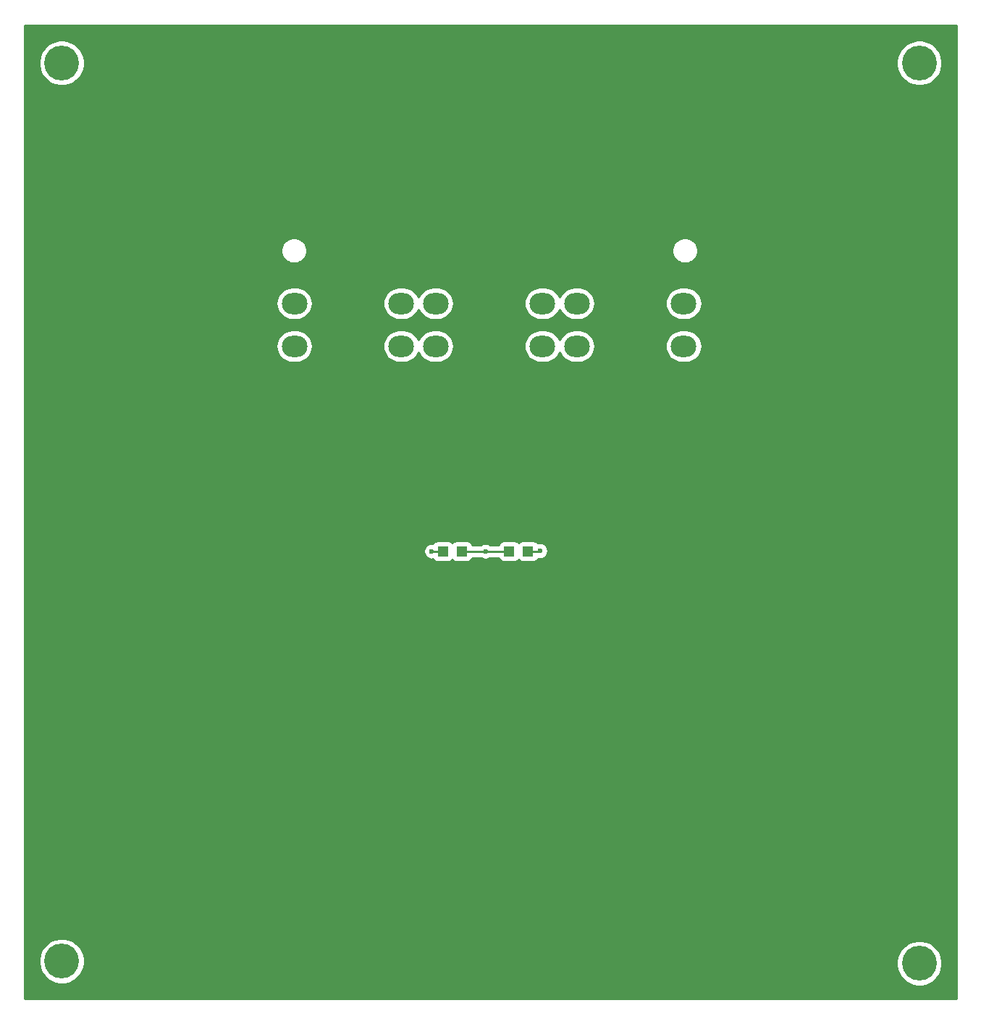
<source format=gbr>
%TF.GenerationSoftware,KiCad,Pcbnew,(5.1.9)-1*%
%TF.CreationDate,2025-05-03T12:54:25-07:00*%
%TF.ProjectId,RADA3K,52414441-334b-42e6-9b69-6361645f7063,rev?*%
%TF.SameCoordinates,Original*%
%TF.FileFunction,Copper,L1,Top*%
%TF.FilePolarity,Positive*%
%FSLAX46Y46*%
G04 Gerber Fmt 4.6, Leading zero omitted, Abs format (unit mm)*
G04 Created by KiCad (PCBNEW (5.1.9)-1) date 2025-05-03 12:54:25*
%MOMM*%
%LPD*%
G01*
G04 APERTURE LIST*
%TA.AperFunction,SMDPad,CuDef*%
%ADD10R,1.200000X1.200000*%
%TD*%
%TA.AperFunction,ComponentPad*%
%ADD11O,3.000000X2.500000*%
%TD*%
%TA.AperFunction,ComponentPad*%
%ADD12C,4.064000*%
%TD*%
%TA.AperFunction,ViaPad*%
%ADD13C,0.600000*%
%TD*%
%TA.AperFunction,Conductor*%
%ADD14C,0.250000*%
%TD*%
%TA.AperFunction,NonConductor*%
%ADD15C,0.254000*%
%TD*%
%TA.AperFunction,NonConductor*%
%ADD16C,0.100000*%
%TD*%
G04 APERTURE END LIST*
D10*
%TO.P,D2,2*%
%TO.N,Net-(D2-Pad2)*%
X91300000Y-87350000D03*
%TO.P,D2,1*%
%TO.N,GND*%
X89100000Y-87350000D03*
%TD*%
%TO.P,D1,2*%
%TO.N,Net-(D1-Pad2)*%
X81350000Y-87350000D03*
%TO.P,D1,1*%
%TO.N,GND*%
X83550000Y-87350000D03*
%TD*%
D11*
%TO.P,SW3,1*%
%TO.N,GND*%
X109505000Y-58400000D03*
%TO.P,SW3,2*%
%TO.N,/GPIO_1_1*%
X109505000Y-63400000D03*
%TO.P,SW3,1*%
%TO.N,GND*%
X97005000Y-58400000D03*
%TO.P,SW3,2*%
%TO.N,/GPIO_1_1*%
X97005000Y-63400000D03*
%TD*%
%TO.P,SW1,1*%
%TO.N,GND*%
X76485000Y-58400000D03*
%TO.P,SW1,2*%
%TO.N,/FPGA__RST*%
X76485000Y-63400000D03*
%TO.P,SW1,1*%
%TO.N,GND*%
X63985000Y-58400000D03*
%TO.P,SW1,2*%
%TO.N,/FPGA__RST*%
X63985000Y-63400000D03*
%TD*%
%TO.P,SW2,1*%
%TO.N,GND*%
X92995000Y-58400000D03*
%TO.P,SW2,2*%
%TO.N,/GPIO_1_3*%
X92995000Y-63400000D03*
%TO.P,SW2,1*%
%TO.N,GND*%
X80495000Y-58400000D03*
%TO.P,SW2,2*%
%TO.N,/GPIO_1_3*%
X80495000Y-63400000D03*
%TD*%
D12*
%TO.P,GND,1*%
%TO.N,N/C*%
X36791900Y-135242300D03*
%TD*%
%TO.P,GND,1*%
%TO.N,N/C*%
X137063972Y-135496300D03*
%TD*%
%TO.P,GND,1*%
%TO.N,N/C*%
X36791900Y-30314900D03*
%TD*%
%TO.P,GND,1*%
%TO.N,N/C*%
X137063972Y-30314900D03*
%TD*%
D13*
%TO.N,GND*%
X86350000Y-87350000D03*
%TO.N,Net-(D1-Pad2)*%
X80050000Y-87350000D03*
%TO.N,Net-(D2-Pad2)*%
X92700000Y-87300000D03*
%TD*%
D14*
%TO.N,GND*%
X83550000Y-87350000D02*
X86350000Y-87350000D01*
X89100000Y-87350000D02*
X86350000Y-87350000D01*
%TO.N,Net-(D1-Pad2)*%
X81350000Y-87350000D02*
X80050000Y-87350000D01*
%TO.N,Net-(D2-Pad2)*%
X92650000Y-87350000D02*
X92700000Y-87300000D01*
X91300000Y-87350000D02*
X92650000Y-87350000D01*
%TD*%
D15*
X141433972Y-139612300D02*
X32421900Y-139612300D01*
X32421900Y-134979623D01*
X34124900Y-134979623D01*
X34124900Y-135504977D01*
X34227392Y-136020235D01*
X34428436Y-136505598D01*
X34720306Y-136942413D01*
X35091787Y-137313894D01*
X35528602Y-137605764D01*
X36013965Y-137806808D01*
X36529223Y-137909300D01*
X37054577Y-137909300D01*
X37569835Y-137806808D01*
X38055198Y-137605764D01*
X38492013Y-137313894D01*
X38863494Y-136942413D01*
X39155364Y-136505598D01*
X39356408Y-136020235D01*
X39458900Y-135504977D01*
X39458900Y-135233623D01*
X134396972Y-135233623D01*
X134396972Y-135758977D01*
X134499464Y-136274235D01*
X134700508Y-136759598D01*
X134992378Y-137196413D01*
X135363859Y-137567894D01*
X135800674Y-137859764D01*
X136286037Y-138060808D01*
X136801295Y-138163300D01*
X137326649Y-138163300D01*
X137841907Y-138060808D01*
X138327270Y-137859764D01*
X138764085Y-137567894D01*
X139135566Y-137196413D01*
X139427436Y-136759598D01*
X139628480Y-136274235D01*
X139730972Y-135758977D01*
X139730972Y-135233623D01*
X139628480Y-134718365D01*
X139427436Y-134233002D01*
X139135566Y-133796187D01*
X138764085Y-133424706D01*
X138327270Y-133132836D01*
X137841907Y-132931792D01*
X137326649Y-132829300D01*
X136801295Y-132829300D01*
X136286037Y-132931792D01*
X135800674Y-133132836D01*
X135363859Y-133424706D01*
X134992378Y-133796187D01*
X134700508Y-134233002D01*
X134499464Y-134718365D01*
X134396972Y-135233623D01*
X39458900Y-135233623D01*
X39458900Y-134979623D01*
X39356408Y-134464365D01*
X39155364Y-133979002D01*
X38863494Y-133542187D01*
X38492013Y-133170706D01*
X38055198Y-132878836D01*
X37569835Y-132677792D01*
X37054577Y-132575300D01*
X36529223Y-132575300D01*
X36013965Y-132677792D01*
X35528602Y-132878836D01*
X35091787Y-133170706D01*
X34720306Y-133542187D01*
X34428436Y-133979002D01*
X34227392Y-134464365D01*
X34124900Y-134979623D01*
X32421900Y-134979623D01*
X32421900Y-87257911D01*
X79115000Y-87257911D01*
X79115000Y-87442089D01*
X79150932Y-87622729D01*
X79221414Y-87792889D01*
X79323738Y-87946028D01*
X79453972Y-88076262D01*
X79607111Y-88178586D01*
X79777271Y-88249068D01*
X79957911Y-88285000D01*
X80142089Y-88285000D01*
X80202608Y-88272962D01*
X80219463Y-88304494D01*
X80298815Y-88401185D01*
X80395506Y-88480537D01*
X80505820Y-88539502D01*
X80625518Y-88575812D01*
X80750000Y-88588072D01*
X81950000Y-88588072D01*
X82074482Y-88575812D01*
X82194180Y-88539502D01*
X82304494Y-88480537D01*
X82401185Y-88401185D01*
X82450000Y-88341704D01*
X82498815Y-88401185D01*
X82595506Y-88480537D01*
X82705820Y-88539502D01*
X82825518Y-88575812D01*
X82950000Y-88588072D01*
X84150000Y-88588072D01*
X84274482Y-88575812D01*
X84394180Y-88539502D01*
X84504494Y-88480537D01*
X84601185Y-88401185D01*
X84680537Y-88304494D01*
X84739502Y-88194180D01*
X84765038Y-88110000D01*
X85804465Y-88110000D01*
X85907111Y-88178586D01*
X86077271Y-88249068D01*
X86257911Y-88285000D01*
X86442089Y-88285000D01*
X86622729Y-88249068D01*
X86792889Y-88178586D01*
X86895535Y-88110000D01*
X87884962Y-88110000D01*
X87910498Y-88194180D01*
X87969463Y-88304494D01*
X88048815Y-88401185D01*
X88145506Y-88480537D01*
X88255820Y-88539502D01*
X88375518Y-88575812D01*
X88500000Y-88588072D01*
X89700000Y-88588072D01*
X89824482Y-88575812D01*
X89944180Y-88539502D01*
X90054494Y-88480537D01*
X90151185Y-88401185D01*
X90200000Y-88341704D01*
X90248815Y-88401185D01*
X90345506Y-88480537D01*
X90455820Y-88539502D01*
X90575518Y-88575812D01*
X90700000Y-88588072D01*
X91900000Y-88588072D01*
X92024482Y-88575812D01*
X92144180Y-88539502D01*
X92254494Y-88480537D01*
X92351185Y-88401185D01*
X92430537Y-88304494D01*
X92481160Y-88209787D01*
X92607911Y-88235000D01*
X92792089Y-88235000D01*
X92972729Y-88199068D01*
X93142889Y-88128586D01*
X93296028Y-88026262D01*
X93426262Y-87896028D01*
X93528586Y-87742889D01*
X93599068Y-87572729D01*
X93635000Y-87392089D01*
X93635000Y-87207911D01*
X93599068Y-87027271D01*
X93528586Y-86857111D01*
X93426262Y-86703972D01*
X93296028Y-86573738D01*
X93142889Y-86471414D01*
X92972729Y-86400932D01*
X92792089Y-86365000D01*
X92607911Y-86365000D01*
X92432845Y-86399823D01*
X92430537Y-86395506D01*
X92351185Y-86298815D01*
X92254494Y-86219463D01*
X92144180Y-86160498D01*
X92024482Y-86124188D01*
X91900000Y-86111928D01*
X90700000Y-86111928D01*
X90575518Y-86124188D01*
X90455820Y-86160498D01*
X90345506Y-86219463D01*
X90248815Y-86298815D01*
X90200000Y-86358296D01*
X90151185Y-86298815D01*
X90054494Y-86219463D01*
X89944180Y-86160498D01*
X89824482Y-86124188D01*
X89700000Y-86111928D01*
X88500000Y-86111928D01*
X88375518Y-86124188D01*
X88255820Y-86160498D01*
X88145506Y-86219463D01*
X88048815Y-86298815D01*
X87969463Y-86395506D01*
X87910498Y-86505820D01*
X87884962Y-86590000D01*
X86895535Y-86590000D01*
X86792889Y-86521414D01*
X86622729Y-86450932D01*
X86442089Y-86415000D01*
X86257911Y-86415000D01*
X86077271Y-86450932D01*
X85907111Y-86521414D01*
X85804465Y-86590000D01*
X84765038Y-86590000D01*
X84739502Y-86505820D01*
X84680537Y-86395506D01*
X84601185Y-86298815D01*
X84504494Y-86219463D01*
X84394180Y-86160498D01*
X84274482Y-86124188D01*
X84150000Y-86111928D01*
X82950000Y-86111928D01*
X82825518Y-86124188D01*
X82705820Y-86160498D01*
X82595506Y-86219463D01*
X82498815Y-86298815D01*
X82450000Y-86358296D01*
X82401185Y-86298815D01*
X82304494Y-86219463D01*
X82194180Y-86160498D01*
X82074482Y-86124188D01*
X81950000Y-86111928D01*
X80750000Y-86111928D01*
X80625518Y-86124188D01*
X80505820Y-86160498D01*
X80395506Y-86219463D01*
X80298815Y-86298815D01*
X80219463Y-86395506D01*
X80202608Y-86427038D01*
X80142089Y-86415000D01*
X79957911Y-86415000D01*
X79777271Y-86450932D01*
X79607111Y-86521414D01*
X79453972Y-86623738D01*
X79323738Y-86753972D01*
X79221414Y-86907111D01*
X79150932Y-87077271D01*
X79115000Y-87257911D01*
X32421900Y-87257911D01*
X32421900Y-63400000D01*
X61840880Y-63400000D01*
X61877275Y-63769524D01*
X61985061Y-64124848D01*
X62160097Y-64452317D01*
X62395655Y-64739345D01*
X62682683Y-64974903D01*
X63010152Y-65149939D01*
X63365476Y-65257725D01*
X63642403Y-65285000D01*
X64327597Y-65285000D01*
X64604524Y-65257725D01*
X64959848Y-65149939D01*
X65287317Y-64974903D01*
X65574345Y-64739345D01*
X65809903Y-64452317D01*
X65984939Y-64124848D01*
X66092725Y-63769524D01*
X66129120Y-63400000D01*
X74340880Y-63400000D01*
X74377275Y-63769524D01*
X74485061Y-64124848D01*
X74660097Y-64452317D01*
X74895655Y-64739345D01*
X75182683Y-64974903D01*
X75510152Y-65149939D01*
X75865476Y-65257725D01*
X76142403Y-65285000D01*
X76827597Y-65285000D01*
X77104524Y-65257725D01*
X77459848Y-65149939D01*
X77787317Y-64974903D01*
X78074345Y-64739345D01*
X78309903Y-64452317D01*
X78484939Y-64124848D01*
X78490000Y-64108164D01*
X78495061Y-64124848D01*
X78670097Y-64452317D01*
X78905655Y-64739345D01*
X79192683Y-64974903D01*
X79520152Y-65149939D01*
X79875476Y-65257725D01*
X80152403Y-65285000D01*
X80837597Y-65285000D01*
X81114524Y-65257725D01*
X81469848Y-65149939D01*
X81797317Y-64974903D01*
X82084345Y-64739345D01*
X82319903Y-64452317D01*
X82494939Y-64124848D01*
X82602725Y-63769524D01*
X82639120Y-63400000D01*
X90850880Y-63400000D01*
X90887275Y-63769524D01*
X90995061Y-64124848D01*
X91170097Y-64452317D01*
X91405655Y-64739345D01*
X91692683Y-64974903D01*
X92020152Y-65149939D01*
X92375476Y-65257725D01*
X92652403Y-65285000D01*
X93337597Y-65285000D01*
X93614524Y-65257725D01*
X93969848Y-65149939D01*
X94297317Y-64974903D01*
X94584345Y-64739345D01*
X94819903Y-64452317D01*
X94994939Y-64124848D01*
X95000000Y-64108164D01*
X95005061Y-64124848D01*
X95180097Y-64452317D01*
X95415655Y-64739345D01*
X95702683Y-64974903D01*
X96030152Y-65149939D01*
X96385476Y-65257725D01*
X96662403Y-65285000D01*
X97347597Y-65285000D01*
X97624524Y-65257725D01*
X97979848Y-65149939D01*
X98307317Y-64974903D01*
X98594345Y-64739345D01*
X98829903Y-64452317D01*
X99004939Y-64124848D01*
X99112725Y-63769524D01*
X99149120Y-63400000D01*
X107360880Y-63400000D01*
X107397275Y-63769524D01*
X107505061Y-64124848D01*
X107680097Y-64452317D01*
X107915655Y-64739345D01*
X108202683Y-64974903D01*
X108530152Y-65149939D01*
X108885476Y-65257725D01*
X109162403Y-65285000D01*
X109847597Y-65285000D01*
X110124524Y-65257725D01*
X110479848Y-65149939D01*
X110807317Y-64974903D01*
X111094345Y-64739345D01*
X111329903Y-64452317D01*
X111504939Y-64124848D01*
X111612725Y-63769524D01*
X111649120Y-63400000D01*
X111612725Y-63030476D01*
X111504939Y-62675152D01*
X111329903Y-62347683D01*
X111094345Y-62060655D01*
X110807317Y-61825097D01*
X110479848Y-61650061D01*
X110124524Y-61542275D01*
X109847597Y-61515000D01*
X109162403Y-61515000D01*
X108885476Y-61542275D01*
X108530152Y-61650061D01*
X108202683Y-61825097D01*
X107915655Y-62060655D01*
X107680097Y-62347683D01*
X107505061Y-62675152D01*
X107397275Y-63030476D01*
X107360880Y-63400000D01*
X99149120Y-63400000D01*
X99112725Y-63030476D01*
X99004939Y-62675152D01*
X98829903Y-62347683D01*
X98594345Y-62060655D01*
X98307317Y-61825097D01*
X97979848Y-61650061D01*
X97624524Y-61542275D01*
X97347597Y-61515000D01*
X96662403Y-61515000D01*
X96385476Y-61542275D01*
X96030152Y-61650061D01*
X95702683Y-61825097D01*
X95415655Y-62060655D01*
X95180097Y-62347683D01*
X95005061Y-62675152D01*
X95000000Y-62691836D01*
X94994939Y-62675152D01*
X94819903Y-62347683D01*
X94584345Y-62060655D01*
X94297317Y-61825097D01*
X93969848Y-61650061D01*
X93614524Y-61542275D01*
X93337597Y-61515000D01*
X92652403Y-61515000D01*
X92375476Y-61542275D01*
X92020152Y-61650061D01*
X91692683Y-61825097D01*
X91405655Y-62060655D01*
X91170097Y-62347683D01*
X90995061Y-62675152D01*
X90887275Y-63030476D01*
X90850880Y-63400000D01*
X82639120Y-63400000D01*
X82602725Y-63030476D01*
X82494939Y-62675152D01*
X82319903Y-62347683D01*
X82084345Y-62060655D01*
X81797317Y-61825097D01*
X81469848Y-61650061D01*
X81114524Y-61542275D01*
X80837597Y-61515000D01*
X80152403Y-61515000D01*
X79875476Y-61542275D01*
X79520152Y-61650061D01*
X79192683Y-61825097D01*
X78905655Y-62060655D01*
X78670097Y-62347683D01*
X78495061Y-62675152D01*
X78490000Y-62691836D01*
X78484939Y-62675152D01*
X78309903Y-62347683D01*
X78074345Y-62060655D01*
X77787317Y-61825097D01*
X77459848Y-61650061D01*
X77104524Y-61542275D01*
X76827597Y-61515000D01*
X76142403Y-61515000D01*
X75865476Y-61542275D01*
X75510152Y-61650061D01*
X75182683Y-61825097D01*
X74895655Y-62060655D01*
X74660097Y-62347683D01*
X74485061Y-62675152D01*
X74377275Y-63030476D01*
X74340880Y-63400000D01*
X66129120Y-63400000D01*
X66092725Y-63030476D01*
X65984939Y-62675152D01*
X65809903Y-62347683D01*
X65574345Y-62060655D01*
X65287317Y-61825097D01*
X64959848Y-61650061D01*
X64604524Y-61542275D01*
X64327597Y-61515000D01*
X63642403Y-61515000D01*
X63365476Y-61542275D01*
X63010152Y-61650061D01*
X62682683Y-61825097D01*
X62395655Y-62060655D01*
X62160097Y-62347683D01*
X61985061Y-62675152D01*
X61877275Y-63030476D01*
X61840880Y-63400000D01*
X32421900Y-63400000D01*
X32421900Y-58400000D01*
X61840880Y-58400000D01*
X61877275Y-58769524D01*
X61985061Y-59124848D01*
X62160097Y-59452317D01*
X62395655Y-59739345D01*
X62682683Y-59974903D01*
X63010152Y-60149939D01*
X63365476Y-60257725D01*
X63642403Y-60285000D01*
X64327597Y-60285000D01*
X64604524Y-60257725D01*
X64959848Y-60149939D01*
X65287317Y-59974903D01*
X65574345Y-59739345D01*
X65809903Y-59452317D01*
X65984939Y-59124848D01*
X66092725Y-58769524D01*
X66129120Y-58400000D01*
X74340880Y-58400000D01*
X74377275Y-58769524D01*
X74485061Y-59124848D01*
X74660097Y-59452317D01*
X74895655Y-59739345D01*
X75182683Y-59974903D01*
X75510152Y-60149939D01*
X75865476Y-60257725D01*
X76142403Y-60285000D01*
X76827597Y-60285000D01*
X77104524Y-60257725D01*
X77459848Y-60149939D01*
X77787317Y-59974903D01*
X78074345Y-59739345D01*
X78309903Y-59452317D01*
X78484939Y-59124848D01*
X78490000Y-59108164D01*
X78495061Y-59124848D01*
X78670097Y-59452317D01*
X78905655Y-59739345D01*
X79192683Y-59974903D01*
X79520152Y-60149939D01*
X79875476Y-60257725D01*
X80152403Y-60285000D01*
X80837597Y-60285000D01*
X81114524Y-60257725D01*
X81469848Y-60149939D01*
X81797317Y-59974903D01*
X82084345Y-59739345D01*
X82319903Y-59452317D01*
X82494939Y-59124848D01*
X82602725Y-58769524D01*
X82639120Y-58400000D01*
X90850880Y-58400000D01*
X90887275Y-58769524D01*
X90995061Y-59124848D01*
X91170097Y-59452317D01*
X91405655Y-59739345D01*
X91692683Y-59974903D01*
X92020152Y-60149939D01*
X92375476Y-60257725D01*
X92652403Y-60285000D01*
X93337597Y-60285000D01*
X93614524Y-60257725D01*
X93969848Y-60149939D01*
X94297317Y-59974903D01*
X94584345Y-59739345D01*
X94819903Y-59452317D01*
X94994939Y-59124848D01*
X95000000Y-59108164D01*
X95005061Y-59124848D01*
X95180097Y-59452317D01*
X95415655Y-59739345D01*
X95702683Y-59974903D01*
X96030152Y-60149939D01*
X96385476Y-60257725D01*
X96662403Y-60285000D01*
X97347597Y-60285000D01*
X97624524Y-60257725D01*
X97979848Y-60149939D01*
X98307317Y-59974903D01*
X98594345Y-59739345D01*
X98829903Y-59452317D01*
X99004939Y-59124848D01*
X99112725Y-58769524D01*
X99149120Y-58400000D01*
X107360880Y-58400000D01*
X107397275Y-58769524D01*
X107505061Y-59124848D01*
X107680097Y-59452317D01*
X107915655Y-59739345D01*
X108202683Y-59974903D01*
X108530152Y-60149939D01*
X108885476Y-60257725D01*
X109162403Y-60285000D01*
X109847597Y-60285000D01*
X110124524Y-60257725D01*
X110479848Y-60149939D01*
X110807317Y-59974903D01*
X111094345Y-59739345D01*
X111329903Y-59452317D01*
X111504939Y-59124848D01*
X111612725Y-58769524D01*
X111649120Y-58400000D01*
X111612725Y-58030476D01*
X111504939Y-57675152D01*
X111329903Y-57347683D01*
X111094345Y-57060655D01*
X110807317Y-56825097D01*
X110479848Y-56650061D01*
X110124524Y-56542275D01*
X109847597Y-56515000D01*
X109162403Y-56515000D01*
X108885476Y-56542275D01*
X108530152Y-56650061D01*
X108202683Y-56825097D01*
X107915655Y-57060655D01*
X107680097Y-57347683D01*
X107505061Y-57675152D01*
X107397275Y-58030476D01*
X107360880Y-58400000D01*
X99149120Y-58400000D01*
X99112725Y-58030476D01*
X99004939Y-57675152D01*
X98829903Y-57347683D01*
X98594345Y-57060655D01*
X98307317Y-56825097D01*
X97979848Y-56650061D01*
X97624524Y-56542275D01*
X97347597Y-56515000D01*
X96662403Y-56515000D01*
X96385476Y-56542275D01*
X96030152Y-56650061D01*
X95702683Y-56825097D01*
X95415655Y-57060655D01*
X95180097Y-57347683D01*
X95005061Y-57675152D01*
X95000000Y-57691836D01*
X94994939Y-57675152D01*
X94819903Y-57347683D01*
X94584345Y-57060655D01*
X94297317Y-56825097D01*
X93969848Y-56650061D01*
X93614524Y-56542275D01*
X93337597Y-56515000D01*
X92652403Y-56515000D01*
X92375476Y-56542275D01*
X92020152Y-56650061D01*
X91692683Y-56825097D01*
X91405655Y-57060655D01*
X91170097Y-57347683D01*
X90995061Y-57675152D01*
X90887275Y-58030476D01*
X90850880Y-58400000D01*
X82639120Y-58400000D01*
X82602725Y-58030476D01*
X82494939Y-57675152D01*
X82319903Y-57347683D01*
X82084345Y-57060655D01*
X81797317Y-56825097D01*
X81469848Y-56650061D01*
X81114524Y-56542275D01*
X80837597Y-56515000D01*
X80152403Y-56515000D01*
X79875476Y-56542275D01*
X79520152Y-56650061D01*
X79192683Y-56825097D01*
X78905655Y-57060655D01*
X78670097Y-57347683D01*
X78495061Y-57675152D01*
X78490000Y-57691836D01*
X78484939Y-57675152D01*
X78309903Y-57347683D01*
X78074345Y-57060655D01*
X77787317Y-56825097D01*
X77459848Y-56650061D01*
X77104524Y-56542275D01*
X76827597Y-56515000D01*
X76142403Y-56515000D01*
X75865476Y-56542275D01*
X75510152Y-56650061D01*
X75182683Y-56825097D01*
X74895655Y-57060655D01*
X74660097Y-57347683D01*
X74485061Y-57675152D01*
X74377275Y-58030476D01*
X74340880Y-58400000D01*
X66129120Y-58400000D01*
X66092725Y-58030476D01*
X65984939Y-57675152D01*
X65809903Y-57347683D01*
X65574345Y-57060655D01*
X65287317Y-56825097D01*
X64959848Y-56650061D01*
X64604524Y-56542275D01*
X64327597Y-56515000D01*
X63642403Y-56515000D01*
X63365476Y-56542275D01*
X63010152Y-56650061D01*
X62682683Y-56825097D01*
X62395655Y-57060655D01*
X62160097Y-57347683D01*
X61985061Y-57675152D01*
X61877275Y-58030476D01*
X61840880Y-58400000D01*
X32421900Y-58400000D01*
X32421900Y-52082263D01*
X62440000Y-52082263D01*
X62440000Y-52377737D01*
X62497644Y-52667534D01*
X62610717Y-52940517D01*
X62774874Y-53186194D01*
X62983806Y-53395126D01*
X63229483Y-53559283D01*
X63502466Y-53672356D01*
X63792263Y-53730000D01*
X64087737Y-53730000D01*
X64377534Y-53672356D01*
X64650517Y-53559283D01*
X64896194Y-53395126D01*
X65105126Y-53186194D01*
X65269283Y-52940517D01*
X65382356Y-52667534D01*
X65440000Y-52377737D01*
X65440000Y-52082263D01*
X108160000Y-52082263D01*
X108160000Y-52377737D01*
X108217644Y-52667534D01*
X108330717Y-52940517D01*
X108494874Y-53186194D01*
X108703806Y-53395126D01*
X108949483Y-53559283D01*
X109222466Y-53672356D01*
X109512263Y-53730000D01*
X109807737Y-53730000D01*
X110097534Y-53672356D01*
X110370517Y-53559283D01*
X110616194Y-53395126D01*
X110825126Y-53186194D01*
X110989283Y-52940517D01*
X111102356Y-52667534D01*
X111160000Y-52377737D01*
X111160000Y-52082263D01*
X111102356Y-51792466D01*
X110989283Y-51519483D01*
X110825126Y-51273806D01*
X110616194Y-51064874D01*
X110370517Y-50900717D01*
X110097534Y-50787644D01*
X109807737Y-50730000D01*
X109512263Y-50730000D01*
X109222466Y-50787644D01*
X108949483Y-50900717D01*
X108703806Y-51064874D01*
X108494874Y-51273806D01*
X108330717Y-51519483D01*
X108217644Y-51792466D01*
X108160000Y-52082263D01*
X65440000Y-52082263D01*
X65382356Y-51792466D01*
X65269283Y-51519483D01*
X65105126Y-51273806D01*
X64896194Y-51064874D01*
X64650517Y-50900717D01*
X64377534Y-50787644D01*
X64087737Y-50730000D01*
X63792263Y-50730000D01*
X63502466Y-50787644D01*
X63229483Y-50900717D01*
X62983806Y-51064874D01*
X62774874Y-51273806D01*
X62610717Y-51519483D01*
X62497644Y-51792466D01*
X62440000Y-52082263D01*
X32421900Y-52082263D01*
X32421900Y-30052223D01*
X34124900Y-30052223D01*
X34124900Y-30577577D01*
X34227392Y-31092835D01*
X34428436Y-31578198D01*
X34720306Y-32015013D01*
X35091787Y-32386494D01*
X35528602Y-32678364D01*
X36013965Y-32879408D01*
X36529223Y-32981900D01*
X37054577Y-32981900D01*
X37569835Y-32879408D01*
X38055198Y-32678364D01*
X38492013Y-32386494D01*
X38863494Y-32015013D01*
X39155364Y-31578198D01*
X39356408Y-31092835D01*
X39458900Y-30577577D01*
X39458900Y-30052223D01*
X134396972Y-30052223D01*
X134396972Y-30577577D01*
X134499464Y-31092835D01*
X134700508Y-31578198D01*
X134992378Y-32015013D01*
X135363859Y-32386494D01*
X135800674Y-32678364D01*
X136286037Y-32879408D01*
X136801295Y-32981900D01*
X137326649Y-32981900D01*
X137841907Y-32879408D01*
X138327270Y-32678364D01*
X138764085Y-32386494D01*
X139135566Y-32015013D01*
X139427436Y-31578198D01*
X139628480Y-31092835D01*
X139730972Y-30577577D01*
X139730972Y-30052223D01*
X139628480Y-29536965D01*
X139427436Y-29051602D01*
X139135566Y-28614787D01*
X138764085Y-28243306D01*
X138327270Y-27951436D01*
X137841907Y-27750392D01*
X137326649Y-27647900D01*
X136801295Y-27647900D01*
X136286037Y-27750392D01*
X135800674Y-27951436D01*
X135363859Y-28243306D01*
X134992378Y-28614787D01*
X134700508Y-29051602D01*
X134499464Y-29536965D01*
X134396972Y-30052223D01*
X39458900Y-30052223D01*
X39356408Y-29536965D01*
X39155364Y-29051602D01*
X38863494Y-28614787D01*
X38492013Y-28243306D01*
X38055198Y-27951436D01*
X37569835Y-27750392D01*
X37054577Y-27647900D01*
X36529223Y-27647900D01*
X36013965Y-27750392D01*
X35528602Y-27951436D01*
X35091787Y-28243306D01*
X34720306Y-28614787D01*
X34428436Y-29051602D01*
X34227392Y-29536965D01*
X34124900Y-30052223D01*
X32421900Y-30052223D01*
X32421900Y-25944900D01*
X141433973Y-25944900D01*
X141433972Y-139612300D01*
%TA.AperFunction,NonConductor*%
D16*
G36*
X141433972Y-139612300D02*
G01*
X32421900Y-139612300D01*
X32421900Y-134979623D01*
X34124900Y-134979623D01*
X34124900Y-135504977D01*
X34227392Y-136020235D01*
X34428436Y-136505598D01*
X34720306Y-136942413D01*
X35091787Y-137313894D01*
X35528602Y-137605764D01*
X36013965Y-137806808D01*
X36529223Y-137909300D01*
X37054577Y-137909300D01*
X37569835Y-137806808D01*
X38055198Y-137605764D01*
X38492013Y-137313894D01*
X38863494Y-136942413D01*
X39155364Y-136505598D01*
X39356408Y-136020235D01*
X39458900Y-135504977D01*
X39458900Y-135233623D01*
X134396972Y-135233623D01*
X134396972Y-135758977D01*
X134499464Y-136274235D01*
X134700508Y-136759598D01*
X134992378Y-137196413D01*
X135363859Y-137567894D01*
X135800674Y-137859764D01*
X136286037Y-138060808D01*
X136801295Y-138163300D01*
X137326649Y-138163300D01*
X137841907Y-138060808D01*
X138327270Y-137859764D01*
X138764085Y-137567894D01*
X139135566Y-137196413D01*
X139427436Y-136759598D01*
X139628480Y-136274235D01*
X139730972Y-135758977D01*
X139730972Y-135233623D01*
X139628480Y-134718365D01*
X139427436Y-134233002D01*
X139135566Y-133796187D01*
X138764085Y-133424706D01*
X138327270Y-133132836D01*
X137841907Y-132931792D01*
X137326649Y-132829300D01*
X136801295Y-132829300D01*
X136286037Y-132931792D01*
X135800674Y-133132836D01*
X135363859Y-133424706D01*
X134992378Y-133796187D01*
X134700508Y-134233002D01*
X134499464Y-134718365D01*
X134396972Y-135233623D01*
X39458900Y-135233623D01*
X39458900Y-134979623D01*
X39356408Y-134464365D01*
X39155364Y-133979002D01*
X38863494Y-133542187D01*
X38492013Y-133170706D01*
X38055198Y-132878836D01*
X37569835Y-132677792D01*
X37054577Y-132575300D01*
X36529223Y-132575300D01*
X36013965Y-132677792D01*
X35528602Y-132878836D01*
X35091787Y-133170706D01*
X34720306Y-133542187D01*
X34428436Y-133979002D01*
X34227392Y-134464365D01*
X34124900Y-134979623D01*
X32421900Y-134979623D01*
X32421900Y-87257911D01*
X79115000Y-87257911D01*
X79115000Y-87442089D01*
X79150932Y-87622729D01*
X79221414Y-87792889D01*
X79323738Y-87946028D01*
X79453972Y-88076262D01*
X79607111Y-88178586D01*
X79777271Y-88249068D01*
X79957911Y-88285000D01*
X80142089Y-88285000D01*
X80202608Y-88272962D01*
X80219463Y-88304494D01*
X80298815Y-88401185D01*
X80395506Y-88480537D01*
X80505820Y-88539502D01*
X80625518Y-88575812D01*
X80750000Y-88588072D01*
X81950000Y-88588072D01*
X82074482Y-88575812D01*
X82194180Y-88539502D01*
X82304494Y-88480537D01*
X82401185Y-88401185D01*
X82450000Y-88341704D01*
X82498815Y-88401185D01*
X82595506Y-88480537D01*
X82705820Y-88539502D01*
X82825518Y-88575812D01*
X82950000Y-88588072D01*
X84150000Y-88588072D01*
X84274482Y-88575812D01*
X84394180Y-88539502D01*
X84504494Y-88480537D01*
X84601185Y-88401185D01*
X84680537Y-88304494D01*
X84739502Y-88194180D01*
X84765038Y-88110000D01*
X85804465Y-88110000D01*
X85907111Y-88178586D01*
X86077271Y-88249068D01*
X86257911Y-88285000D01*
X86442089Y-88285000D01*
X86622729Y-88249068D01*
X86792889Y-88178586D01*
X86895535Y-88110000D01*
X87884962Y-88110000D01*
X87910498Y-88194180D01*
X87969463Y-88304494D01*
X88048815Y-88401185D01*
X88145506Y-88480537D01*
X88255820Y-88539502D01*
X88375518Y-88575812D01*
X88500000Y-88588072D01*
X89700000Y-88588072D01*
X89824482Y-88575812D01*
X89944180Y-88539502D01*
X90054494Y-88480537D01*
X90151185Y-88401185D01*
X90200000Y-88341704D01*
X90248815Y-88401185D01*
X90345506Y-88480537D01*
X90455820Y-88539502D01*
X90575518Y-88575812D01*
X90700000Y-88588072D01*
X91900000Y-88588072D01*
X92024482Y-88575812D01*
X92144180Y-88539502D01*
X92254494Y-88480537D01*
X92351185Y-88401185D01*
X92430537Y-88304494D01*
X92481160Y-88209787D01*
X92607911Y-88235000D01*
X92792089Y-88235000D01*
X92972729Y-88199068D01*
X93142889Y-88128586D01*
X93296028Y-88026262D01*
X93426262Y-87896028D01*
X93528586Y-87742889D01*
X93599068Y-87572729D01*
X93635000Y-87392089D01*
X93635000Y-87207911D01*
X93599068Y-87027271D01*
X93528586Y-86857111D01*
X93426262Y-86703972D01*
X93296028Y-86573738D01*
X93142889Y-86471414D01*
X92972729Y-86400932D01*
X92792089Y-86365000D01*
X92607911Y-86365000D01*
X92432845Y-86399823D01*
X92430537Y-86395506D01*
X92351185Y-86298815D01*
X92254494Y-86219463D01*
X92144180Y-86160498D01*
X92024482Y-86124188D01*
X91900000Y-86111928D01*
X90700000Y-86111928D01*
X90575518Y-86124188D01*
X90455820Y-86160498D01*
X90345506Y-86219463D01*
X90248815Y-86298815D01*
X90200000Y-86358296D01*
X90151185Y-86298815D01*
X90054494Y-86219463D01*
X89944180Y-86160498D01*
X89824482Y-86124188D01*
X89700000Y-86111928D01*
X88500000Y-86111928D01*
X88375518Y-86124188D01*
X88255820Y-86160498D01*
X88145506Y-86219463D01*
X88048815Y-86298815D01*
X87969463Y-86395506D01*
X87910498Y-86505820D01*
X87884962Y-86590000D01*
X86895535Y-86590000D01*
X86792889Y-86521414D01*
X86622729Y-86450932D01*
X86442089Y-86415000D01*
X86257911Y-86415000D01*
X86077271Y-86450932D01*
X85907111Y-86521414D01*
X85804465Y-86590000D01*
X84765038Y-86590000D01*
X84739502Y-86505820D01*
X84680537Y-86395506D01*
X84601185Y-86298815D01*
X84504494Y-86219463D01*
X84394180Y-86160498D01*
X84274482Y-86124188D01*
X84150000Y-86111928D01*
X82950000Y-86111928D01*
X82825518Y-86124188D01*
X82705820Y-86160498D01*
X82595506Y-86219463D01*
X82498815Y-86298815D01*
X82450000Y-86358296D01*
X82401185Y-86298815D01*
X82304494Y-86219463D01*
X82194180Y-86160498D01*
X82074482Y-86124188D01*
X81950000Y-86111928D01*
X80750000Y-86111928D01*
X80625518Y-86124188D01*
X80505820Y-86160498D01*
X80395506Y-86219463D01*
X80298815Y-86298815D01*
X80219463Y-86395506D01*
X80202608Y-86427038D01*
X80142089Y-86415000D01*
X79957911Y-86415000D01*
X79777271Y-86450932D01*
X79607111Y-86521414D01*
X79453972Y-86623738D01*
X79323738Y-86753972D01*
X79221414Y-86907111D01*
X79150932Y-87077271D01*
X79115000Y-87257911D01*
X32421900Y-87257911D01*
X32421900Y-63400000D01*
X61840880Y-63400000D01*
X61877275Y-63769524D01*
X61985061Y-64124848D01*
X62160097Y-64452317D01*
X62395655Y-64739345D01*
X62682683Y-64974903D01*
X63010152Y-65149939D01*
X63365476Y-65257725D01*
X63642403Y-65285000D01*
X64327597Y-65285000D01*
X64604524Y-65257725D01*
X64959848Y-65149939D01*
X65287317Y-64974903D01*
X65574345Y-64739345D01*
X65809903Y-64452317D01*
X65984939Y-64124848D01*
X66092725Y-63769524D01*
X66129120Y-63400000D01*
X74340880Y-63400000D01*
X74377275Y-63769524D01*
X74485061Y-64124848D01*
X74660097Y-64452317D01*
X74895655Y-64739345D01*
X75182683Y-64974903D01*
X75510152Y-65149939D01*
X75865476Y-65257725D01*
X76142403Y-65285000D01*
X76827597Y-65285000D01*
X77104524Y-65257725D01*
X77459848Y-65149939D01*
X77787317Y-64974903D01*
X78074345Y-64739345D01*
X78309903Y-64452317D01*
X78484939Y-64124848D01*
X78490000Y-64108164D01*
X78495061Y-64124848D01*
X78670097Y-64452317D01*
X78905655Y-64739345D01*
X79192683Y-64974903D01*
X79520152Y-65149939D01*
X79875476Y-65257725D01*
X80152403Y-65285000D01*
X80837597Y-65285000D01*
X81114524Y-65257725D01*
X81469848Y-65149939D01*
X81797317Y-64974903D01*
X82084345Y-64739345D01*
X82319903Y-64452317D01*
X82494939Y-64124848D01*
X82602725Y-63769524D01*
X82639120Y-63400000D01*
X90850880Y-63400000D01*
X90887275Y-63769524D01*
X90995061Y-64124848D01*
X91170097Y-64452317D01*
X91405655Y-64739345D01*
X91692683Y-64974903D01*
X92020152Y-65149939D01*
X92375476Y-65257725D01*
X92652403Y-65285000D01*
X93337597Y-65285000D01*
X93614524Y-65257725D01*
X93969848Y-65149939D01*
X94297317Y-64974903D01*
X94584345Y-64739345D01*
X94819903Y-64452317D01*
X94994939Y-64124848D01*
X95000000Y-64108164D01*
X95005061Y-64124848D01*
X95180097Y-64452317D01*
X95415655Y-64739345D01*
X95702683Y-64974903D01*
X96030152Y-65149939D01*
X96385476Y-65257725D01*
X96662403Y-65285000D01*
X97347597Y-65285000D01*
X97624524Y-65257725D01*
X97979848Y-65149939D01*
X98307317Y-64974903D01*
X98594345Y-64739345D01*
X98829903Y-64452317D01*
X99004939Y-64124848D01*
X99112725Y-63769524D01*
X99149120Y-63400000D01*
X107360880Y-63400000D01*
X107397275Y-63769524D01*
X107505061Y-64124848D01*
X107680097Y-64452317D01*
X107915655Y-64739345D01*
X108202683Y-64974903D01*
X108530152Y-65149939D01*
X108885476Y-65257725D01*
X109162403Y-65285000D01*
X109847597Y-65285000D01*
X110124524Y-65257725D01*
X110479848Y-65149939D01*
X110807317Y-64974903D01*
X111094345Y-64739345D01*
X111329903Y-64452317D01*
X111504939Y-64124848D01*
X111612725Y-63769524D01*
X111649120Y-63400000D01*
X111612725Y-63030476D01*
X111504939Y-62675152D01*
X111329903Y-62347683D01*
X111094345Y-62060655D01*
X110807317Y-61825097D01*
X110479848Y-61650061D01*
X110124524Y-61542275D01*
X109847597Y-61515000D01*
X109162403Y-61515000D01*
X108885476Y-61542275D01*
X108530152Y-61650061D01*
X108202683Y-61825097D01*
X107915655Y-62060655D01*
X107680097Y-62347683D01*
X107505061Y-62675152D01*
X107397275Y-63030476D01*
X107360880Y-63400000D01*
X99149120Y-63400000D01*
X99112725Y-63030476D01*
X99004939Y-62675152D01*
X98829903Y-62347683D01*
X98594345Y-62060655D01*
X98307317Y-61825097D01*
X97979848Y-61650061D01*
X97624524Y-61542275D01*
X97347597Y-61515000D01*
X96662403Y-61515000D01*
X96385476Y-61542275D01*
X96030152Y-61650061D01*
X95702683Y-61825097D01*
X95415655Y-62060655D01*
X95180097Y-62347683D01*
X95005061Y-62675152D01*
X95000000Y-62691836D01*
X94994939Y-62675152D01*
X94819903Y-62347683D01*
X94584345Y-62060655D01*
X94297317Y-61825097D01*
X93969848Y-61650061D01*
X93614524Y-61542275D01*
X93337597Y-61515000D01*
X92652403Y-61515000D01*
X92375476Y-61542275D01*
X92020152Y-61650061D01*
X91692683Y-61825097D01*
X91405655Y-62060655D01*
X91170097Y-62347683D01*
X90995061Y-62675152D01*
X90887275Y-63030476D01*
X90850880Y-63400000D01*
X82639120Y-63400000D01*
X82602725Y-63030476D01*
X82494939Y-62675152D01*
X82319903Y-62347683D01*
X82084345Y-62060655D01*
X81797317Y-61825097D01*
X81469848Y-61650061D01*
X81114524Y-61542275D01*
X80837597Y-61515000D01*
X80152403Y-61515000D01*
X79875476Y-61542275D01*
X79520152Y-61650061D01*
X79192683Y-61825097D01*
X78905655Y-62060655D01*
X78670097Y-62347683D01*
X78495061Y-62675152D01*
X78490000Y-62691836D01*
X78484939Y-62675152D01*
X78309903Y-62347683D01*
X78074345Y-62060655D01*
X77787317Y-61825097D01*
X77459848Y-61650061D01*
X77104524Y-61542275D01*
X76827597Y-61515000D01*
X76142403Y-61515000D01*
X75865476Y-61542275D01*
X75510152Y-61650061D01*
X75182683Y-61825097D01*
X74895655Y-62060655D01*
X74660097Y-62347683D01*
X74485061Y-62675152D01*
X74377275Y-63030476D01*
X74340880Y-63400000D01*
X66129120Y-63400000D01*
X66092725Y-63030476D01*
X65984939Y-62675152D01*
X65809903Y-62347683D01*
X65574345Y-62060655D01*
X65287317Y-61825097D01*
X64959848Y-61650061D01*
X64604524Y-61542275D01*
X64327597Y-61515000D01*
X63642403Y-61515000D01*
X63365476Y-61542275D01*
X63010152Y-61650061D01*
X62682683Y-61825097D01*
X62395655Y-62060655D01*
X62160097Y-62347683D01*
X61985061Y-62675152D01*
X61877275Y-63030476D01*
X61840880Y-63400000D01*
X32421900Y-63400000D01*
X32421900Y-58400000D01*
X61840880Y-58400000D01*
X61877275Y-58769524D01*
X61985061Y-59124848D01*
X62160097Y-59452317D01*
X62395655Y-59739345D01*
X62682683Y-59974903D01*
X63010152Y-60149939D01*
X63365476Y-60257725D01*
X63642403Y-60285000D01*
X64327597Y-60285000D01*
X64604524Y-60257725D01*
X64959848Y-60149939D01*
X65287317Y-59974903D01*
X65574345Y-59739345D01*
X65809903Y-59452317D01*
X65984939Y-59124848D01*
X66092725Y-58769524D01*
X66129120Y-58400000D01*
X74340880Y-58400000D01*
X74377275Y-58769524D01*
X74485061Y-59124848D01*
X74660097Y-59452317D01*
X74895655Y-59739345D01*
X75182683Y-59974903D01*
X75510152Y-60149939D01*
X75865476Y-60257725D01*
X76142403Y-60285000D01*
X76827597Y-60285000D01*
X77104524Y-60257725D01*
X77459848Y-60149939D01*
X77787317Y-59974903D01*
X78074345Y-59739345D01*
X78309903Y-59452317D01*
X78484939Y-59124848D01*
X78490000Y-59108164D01*
X78495061Y-59124848D01*
X78670097Y-59452317D01*
X78905655Y-59739345D01*
X79192683Y-59974903D01*
X79520152Y-60149939D01*
X79875476Y-60257725D01*
X80152403Y-60285000D01*
X80837597Y-60285000D01*
X81114524Y-60257725D01*
X81469848Y-60149939D01*
X81797317Y-59974903D01*
X82084345Y-59739345D01*
X82319903Y-59452317D01*
X82494939Y-59124848D01*
X82602725Y-58769524D01*
X82639120Y-58400000D01*
X90850880Y-58400000D01*
X90887275Y-58769524D01*
X90995061Y-59124848D01*
X91170097Y-59452317D01*
X91405655Y-59739345D01*
X91692683Y-59974903D01*
X92020152Y-60149939D01*
X92375476Y-60257725D01*
X92652403Y-60285000D01*
X93337597Y-60285000D01*
X93614524Y-60257725D01*
X93969848Y-60149939D01*
X94297317Y-59974903D01*
X94584345Y-59739345D01*
X94819903Y-59452317D01*
X94994939Y-59124848D01*
X95000000Y-59108164D01*
X95005061Y-59124848D01*
X95180097Y-59452317D01*
X95415655Y-59739345D01*
X95702683Y-59974903D01*
X96030152Y-60149939D01*
X96385476Y-60257725D01*
X96662403Y-60285000D01*
X97347597Y-60285000D01*
X97624524Y-60257725D01*
X97979848Y-60149939D01*
X98307317Y-59974903D01*
X98594345Y-59739345D01*
X98829903Y-59452317D01*
X99004939Y-59124848D01*
X99112725Y-58769524D01*
X99149120Y-58400000D01*
X107360880Y-58400000D01*
X107397275Y-58769524D01*
X107505061Y-59124848D01*
X107680097Y-59452317D01*
X107915655Y-59739345D01*
X108202683Y-59974903D01*
X108530152Y-60149939D01*
X108885476Y-60257725D01*
X109162403Y-60285000D01*
X109847597Y-60285000D01*
X110124524Y-60257725D01*
X110479848Y-60149939D01*
X110807317Y-59974903D01*
X111094345Y-59739345D01*
X111329903Y-59452317D01*
X111504939Y-59124848D01*
X111612725Y-58769524D01*
X111649120Y-58400000D01*
X111612725Y-58030476D01*
X111504939Y-57675152D01*
X111329903Y-57347683D01*
X111094345Y-57060655D01*
X110807317Y-56825097D01*
X110479848Y-56650061D01*
X110124524Y-56542275D01*
X109847597Y-56515000D01*
X109162403Y-56515000D01*
X108885476Y-56542275D01*
X108530152Y-56650061D01*
X108202683Y-56825097D01*
X107915655Y-57060655D01*
X107680097Y-57347683D01*
X107505061Y-57675152D01*
X107397275Y-58030476D01*
X107360880Y-58400000D01*
X99149120Y-58400000D01*
X99112725Y-58030476D01*
X99004939Y-57675152D01*
X98829903Y-57347683D01*
X98594345Y-57060655D01*
X98307317Y-56825097D01*
X97979848Y-56650061D01*
X97624524Y-56542275D01*
X97347597Y-56515000D01*
X96662403Y-56515000D01*
X96385476Y-56542275D01*
X96030152Y-56650061D01*
X95702683Y-56825097D01*
X95415655Y-57060655D01*
X95180097Y-57347683D01*
X95005061Y-57675152D01*
X95000000Y-57691836D01*
X94994939Y-57675152D01*
X94819903Y-57347683D01*
X94584345Y-57060655D01*
X94297317Y-56825097D01*
X93969848Y-56650061D01*
X93614524Y-56542275D01*
X93337597Y-56515000D01*
X92652403Y-56515000D01*
X92375476Y-56542275D01*
X92020152Y-56650061D01*
X91692683Y-56825097D01*
X91405655Y-57060655D01*
X91170097Y-57347683D01*
X90995061Y-57675152D01*
X90887275Y-58030476D01*
X90850880Y-58400000D01*
X82639120Y-58400000D01*
X82602725Y-58030476D01*
X82494939Y-57675152D01*
X82319903Y-57347683D01*
X82084345Y-57060655D01*
X81797317Y-56825097D01*
X81469848Y-56650061D01*
X81114524Y-56542275D01*
X80837597Y-56515000D01*
X80152403Y-56515000D01*
X79875476Y-56542275D01*
X79520152Y-56650061D01*
X79192683Y-56825097D01*
X78905655Y-57060655D01*
X78670097Y-57347683D01*
X78495061Y-57675152D01*
X78490000Y-57691836D01*
X78484939Y-57675152D01*
X78309903Y-57347683D01*
X78074345Y-57060655D01*
X77787317Y-56825097D01*
X77459848Y-56650061D01*
X77104524Y-56542275D01*
X76827597Y-56515000D01*
X76142403Y-56515000D01*
X75865476Y-56542275D01*
X75510152Y-56650061D01*
X75182683Y-56825097D01*
X74895655Y-57060655D01*
X74660097Y-57347683D01*
X74485061Y-57675152D01*
X74377275Y-58030476D01*
X74340880Y-58400000D01*
X66129120Y-58400000D01*
X66092725Y-58030476D01*
X65984939Y-57675152D01*
X65809903Y-57347683D01*
X65574345Y-57060655D01*
X65287317Y-56825097D01*
X64959848Y-56650061D01*
X64604524Y-56542275D01*
X64327597Y-56515000D01*
X63642403Y-56515000D01*
X63365476Y-56542275D01*
X63010152Y-56650061D01*
X62682683Y-56825097D01*
X62395655Y-57060655D01*
X62160097Y-57347683D01*
X61985061Y-57675152D01*
X61877275Y-58030476D01*
X61840880Y-58400000D01*
X32421900Y-58400000D01*
X32421900Y-52082263D01*
X62440000Y-52082263D01*
X62440000Y-52377737D01*
X62497644Y-52667534D01*
X62610717Y-52940517D01*
X62774874Y-53186194D01*
X62983806Y-53395126D01*
X63229483Y-53559283D01*
X63502466Y-53672356D01*
X63792263Y-53730000D01*
X64087737Y-53730000D01*
X64377534Y-53672356D01*
X64650517Y-53559283D01*
X64896194Y-53395126D01*
X65105126Y-53186194D01*
X65269283Y-52940517D01*
X65382356Y-52667534D01*
X65440000Y-52377737D01*
X65440000Y-52082263D01*
X108160000Y-52082263D01*
X108160000Y-52377737D01*
X108217644Y-52667534D01*
X108330717Y-52940517D01*
X108494874Y-53186194D01*
X108703806Y-53395126D01*
X108949483Y-53559283D01*
X109222466Y-53672356D01*
X109512263Y-53730000D01*
X109807737Y-53730000D01*
X110097534Y-53672356D01*
X110370517Y-53559283D01*
X110616194Y-53395126D01*
X110825126Y-53186194D01*
X110989283Y-52940517D01*
X111102356Y-52667534D01*
X111160000Y-52377737D01*
X111160000Y-52082263D01*
X111102356Y-51792466D01*
X110989283Y-51519483D01*
X110825126Y-51273806D01*
X110616194Y-51064874D01*
X110370517Y-50900717D01*
X110097534Y-50787644D01*
X109807737Y-50730000D01*
X109512263Y-50730000D01*
X109222466Y-50787644D01*
X108949483Y-50900717D01*
X108703806Y-51064874D01*
X108494874Y-51273806D01*
X108330717Y-51519483D01*
X108217644Y-51792466D01*
X108160000Y-52082263D01*
X65440000Y-52082263D01*
X65382356Y-51792466D01*
X65269283Y-51519483D01*
X65105126Y-51273806D01*
X64896194Y-51064874D01*
X64650517Y-50900717D01*
X64377534Y-50787644D01*
X64087737Y-50730000D01*
X63792263Y-50730000D01*
X63502466Y-50787644D01*
X63229483Y-50900717D01*
X62983806Y-51064874D01*
X62774874Y-51273806D01*
X62610717Y-51519483D01*
X62497644Y-51792466D01*
X62440000Y-52082263D01*
X32421900Y-52082263D01*
X32421900Y-30052223D01*
X34124900Y-30052223D01*
X34124900Y-30577577D01*
X34227392Y-31092835D01*
X34428436Y-31578198D01*
X34720306Y-32015013D01*
X35091787Y-32386494D01*
X35528602Y-32678364D01*
X36013965Y-32879408D01*
X36529223Y-32981900D01*
X37054577Y-32981900D01*
X37569835Y-32879408D01*
X38055198Y-32678364D01*
X38492013Y-32386494D01*
X38863494Y-32015013D01*
X39155364Y-31578198D01*
X39356408Y-31092835D01*
X39458900Y-30577577D01*
X39458900Y-30052223D01*
X134396972Y-30052223D01*
X134396972Y-30577577D01*
X134499464Y-31092835D01*
X134700508Y-31578198D01*
X134992378Y-32015013D01*
X135363859Y-32386494D01*
X135800674Y-32678364D01*
X136286037Y-32879408D01*
X136801295Y-32981900D01*
X137326649Y-32981900D01*
X137841907Y-32879408D01*
X138327270Y-32678364D01*
X138764085Y-32386494D01*
X139135566Y-32015013D01*
X139427436Y-31578198D01*
X139628480Y-31092835D01*
X139730972Y-30577577D01*
X139730972Y-30052223D01*
X139628480Y-29536965D01*
X139427436Y-29051602D01*
X139135566Y-28614787D01*
X138764085Y-28243306D01*
X138327270Y-27951436D01*
X137841907Y-27750392D01*
X137326649Y-27647900D01*
X136801295Y-27647900D01*
X136286037Y-27750392D01*
X135800674Y-27951436D01*
X135363859Y-28243306D01*
X134992378Y-28614787D01*
X134700508Y-29051602D01*
X134499464Y-29536965D01*
X134396972Y-30052223D01*
X39458900Y-30052223D01*
X39356408Y-29536965D01*
X39155364Y-29051602D01*
X38863494Y-28614787D01*
X38492013Y-28243306D01*
X38055198Y-27951436D01*
X37569835Y-27750392D01*
X37054577Y-27647900D01*
X36529223Y-27647900D01*
X36013965Y-27750392D01*
X35528602Y-27951436D01*
X35091787Y-28243306D01*
X34720306Y-28614787D01*
X34428436Y-29051602D01*
X34227392Y-29536965D01*
X34124900Y-30052223D01*
X32421900Y-30052223D01*
X32421900Y-25944900D01*
X141433973Y-25944900D01*
X141433972Y-139612300D01*
G37*
%TD.AperFunction*%
M02*

</source>
